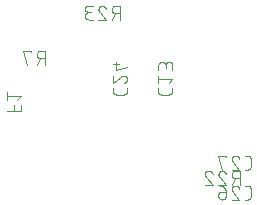
<source format=gbr>
G04 EAGLE Gerber RS-274X export*
G75*
%MOMM*%
%FSLAX34Y34*%
%LPD*%
%INSilkscreen Bottom*%
%IPPOS*%
%AMOC8*
5,1,8,0,0,1.08239X$1,22.5*%
G01*
%ADD10C,0.101600*%


D10*
X521208Y145401D02*
X521208Y142804D01*
X521210Y142705D01*
X521216Y142605D01*
X521225Y142506D01*
X521238Y142408D01*
X521255Y142310D01*
X521276Y142212D01*
X521301Y142116D01*
X521329Y142021D01*
X521361Y141927D01*
X521396Y141834D01*
X521435Y141742D01*
X521478Y141652D01*
X521523Y141564D01*
X521573Y141477D01*
X521625Y141393D01*
X521681Y141310D01*
X521739Y141230D01*
X521801Y141152D01*
X521866Y141077D01*
X521934Y141004D01*
X522004Y140934D01*
X522077Y140866D01*
X522152Y140801D01*
X522230Y140739D01*
X522310Y140681D01*
X522393Y140625D01*
X522477Y140573D01*
X522564Y140523D01*
X522652Y140478D01*
X522742Y140435D01*
X522834Y140396D01*
X522927Y140361D01*
X523021Y140329D01*
X523116Y140301D01*
X523212Y140276D01*
X523310Y140255D01*
X523408Y140238D01*
X523506Y140225D01*
X523605Y140216D01*
X523705Y140210D01*
X523804Y140208D01*
X530296Y140208D01*
X530395Y140210D01*
X530495Y140216D01*
X530594Y140225D01*
X530692Y140238D01*
X530790Y140255D01*
X530888Y140276D01*
X530984Y140301D01*
X531079Y140329D01*
X531173Y140361D01*
X531266Y140396D01*
X531358Y140435D01*
X531448Y140478D01*
X531536Y140523D01*
X531623Y140573D01*
X531707Y140625D01*
X531790Y140681D01*
X531870Y140739D01*
X531948Y140801D01*
X532023Y140866D01*
X532096Y140934D01*
X532166Y141004D01*
X532234Y141077D01*
X532299Y141152D01*
X532361Y141230D01*
X532419Y141310D01*
X532475Y141393D01*
X532527Y141477D01*
X532577Y141564D01*
X532622Y141652D01*
X532665Y141742D01*
X532704Y141834D01*
X532739Y141926D01*
X532771Y142021D01*
X532799Y142116D01*
X532824Y142212D01*
X532845Y142310D01*
X532862Y142408D01*
X532875Y142506D01*
X532884Y142605D01*
X532890Y142705D01*
X532892Y142804D01*
X532892Y145401D01*
X530296Y149766D02*
X532892Y153012D01*
X521208Y153012D01*
X521208Y156257D02*
X521208Y149766D01*
X521208Y161196D02*
X521208Y164442D01*
X521210Y164555D01*
X521216Y164668D01*
X521226Y164781D01*
X521240Y164894D01*
X521257Y165006D01*
X521279Y165117D01*
X521304Y165227D01*
X521334Y165337D01*
X521367Y165445D01*
X521404Y165552D01*
X521444Y165658D01*
X521489Y165762D01*
X521537Y165865D01*
X521588Y165966D01*
X521643Y166065D01*
X521701Y166162D01*
X521763Y166257D01*
X521828Y166350D01*
X521896Y166440D01*
X521967Y166528D01*
X522042Y166614D01*
X522119Y166697D01*
X522199Y166777D01*
X522282Y166854D01*
X522368Y166929D01*
X522456Y167000D01*
X522546Y167068D01*
X522639Y167133D01*
X522734Y167195D01*
X522831Y167253D01*
X522930Y167308D01*
X523031Y167359D01*
X523134Y167407D01*
X523238Y167452D01*
X523344Y167492D01*
X523451Y167529D01*
X523559Y167562D01*
X523669Y167592D01*
X523779Y167617D01*
X523890Y167639D01*
X524002Y167656D01*
X524115Y167670D01*
X524228Y167680D01*
X524341Y167686D01*
X524454Y167688D01*
X524567Y167686D01*
X524680Y167680D01*
X524793Y167670D01*
X524906Y167656D01*
X525018Y167639D01*
X525129Y167617D01*
X525239Y167592D01*
X525349Y167562D01*
X525457Y167529D01*
X525564Y167492D01*
X525670Y167452D01*
X525774Y167407D01*
X525877Y167359D01*
X525978Y167308D01*
X526077Y167253D01*
X526174Y167195D01*
X526269Y167133D01*
X526362Y167068D01*
X526452Y167000D01*
X526540Y166929D01*
X526626Y166854D01*
X526709Y166777D01*
X526789Y166697D01*
X526866Y166614D01*
X526941Y166528D01*
X527012Y166440D01*
X527080Y166350D01*
X527145Y166257D01*
X527207Y166162D01*
X527265Y166065D01*
X527320Y165966D01*
X527371Y165865D01*
X527419Y165762D01*
X527464Y165658D01*
X527504Y165552D01*
X527541Y165445D01*
X527574Y165337D01*
X527604Y165227D01*
X527629Y165117D01*
X527651Y165006D01*
X527668Y164894D01*
X527682Y164781D01*
X527692Y164668D01*
X527698Y164555D01*
X527700Y164442D01*
X532892Y165091D02*
X532892Y161196D01*
X532892Y165091D02*
X532890Y165192D01*
X532884Y165292D01*
X532874Y165392D01*
X532861Y165492D01*
X532843Y165591D01*
X532822Y165690D01*
X532797Y165787D01*
X532768Y165884D01*
X532735Y165979D01*
X532699Y166073D01*
X532659Y166165D01*
X532616Y166256D01*
X532569Y166345D01*
X532519Y166432D01*
X532465Y166518D01*
X532408Y166601D01*
X532348Y166681D01*
X532285Y166760D01*
X532218Y166836D01*
X532149Y166909D01*
X532077Y166979D01*
X532003Y167047D01*
X531926Y167112D01*
X531846Y167173D01*
X531764Y167232D01*
X531680Y167287D01*
X531594Y167339D01*
X531506Y167388D01*
X531416Y167433D01*
X531324Y167475D01*
X531231Y167513D01*
X531136Y167547D01*
X531041Y167578D01*
X530944Y167605D01*
X530846Y167628D01*
X530747Y167648D01*
X530647Y167663D01*
X530547Y167675D01*
X530447Y167683D01*
X530346Y167687D01*
X530246Y167687D01*
X530145Y167683D01*
X530045Y167675D01*
X529945Y167663D01*
X529845Y167648D01*
X529746Y167628D01*
X529648Y167605D01*
X529551Y167578D01*
X529456Y167547D01*
X529361Y167513D01*
X529268Y167475D01*
X529176Y167433D01*
X529086Y167388D01*
X528998Y167339D01*
X528912Y167287D01*
X528828Y167232D01*
X528746Y167173D01*
X528666Y167112D01*
X528589Y167047D01*
X528515Y166979D01*
X528443Y166909D01*
X528374Y166836D01*
X528307Y166760D01*
X528244Y166681D01*
X528184Y166601D01*
X528127Y166518D01*
X528073Y166432D01*
X528023Y166345D01*
X527976Y166256D01*
X527933Y166165D01*
X527893Y166073D01*
X527857Y165979D01*
X527824Y165884D01*
X527795Y165787D01*
X527770Y165690D01*
X527749Y165591D01*
X527731Y165492D01*
X527718Y165392D01*
X527708Y165292D01*
X527702Y165192D01*
X527700Y165091D01*
X527699Y165091D02*
X527699Y162494D01*
X483108Y145401D02*
X483108Y142804D01*
X483110Y142705D01*
X483116Y142605D01*
X483125Y142506D01*
X483138Y142408D01*
X483155Y142310D01*
X483176Y142212D01*
X483201Y142116D01*
X483229Y142021D01*
X483261Y141927D01*
X483296Y141834D01*
X483335Y141742D01*
X483378Y141652D01*
X483423Y141564D01*
X483473Y141477D01*
X483525Y141393D01*
X483581Y141310D01*
X483639Y141230D01*
X483701Y141152D01*
X483766Y141077D01*
X483834Y141004D01*
X483904Y140934D01*
X483977Y140866D01*
X484052Y140801D01*
X484130Y140739D01*
X484210Y140681D01*
X484293Y140625D01*
X484377Y140573D01*
X484464Y140523D01*
X484552Y140478D01*
X484642Y140435D01*
X484734Y140396D01*
X484827Y140361D01*
X484921Y140329D01*
X485016Y140301D01*
X485112Y140276D01*
X485210Y140255D01*
X485308Y140238D01*
X485406Y140225D01*
X485505Y140216D01*
X485605Y140210D01*
X485704Y140208D01*
X492196Y140208D01*
X492295Y140210D01*
X492395Y140216D01*
X492494Y140225D01*
X492592Y140238D01*
X492690Y140255D01*
X492788Y140276D01*
X492884Y140301D01*
X492979Y140329D01*
X493073Y140361D01*
X493166Y140396D01*
X493258Y140435D01*
X493348Y140478D01*
X493436Y140523D01*
X493523Y140573D01*
X493607Y140625D01*
X493690Y140681D01*
X493770Y140739D01*
X493848Y140801D01*
X493923Y140866D01*
X493996Y140934D01*
X494066Y141004D01*
X494134Y141077D01*
X494199Y141152D01*
X494261Y141230D01*
X494319Y141310D01*
X494375Y141393D01*
X494427Y141477D01*
X494477Y141564D01*
X494522Y141652D01*
X494565Y141742D01*
X494604Y141834D01*
X494639Y141926D01*
X494671Y142021D01*
X494699Y142116D01*
X494724Y142212D01*
X494745Y142310D01*
X494762Y142408D01*
X494775Y142506D01*
X494784Y142605D01*
X494790Y142705D01*
X494792Y142804D01*
X494792Y145401D01*
X494792Y153336D02*
X494790Y153443D01*
X494784Y153549D01*
X494774Y153655D01*
X494761Y153761D01*
X494743Y153867D01*
X494722Y153971D01*
X494697Y154075D01*
X494668Y154178D01*
X494636Y154279D01*
X494599Y154379D01*
X494559Y154478D01*
X494516Y154576D01*
X494469Y154672D01*
X494418Y154766D01*
X494364Y154858D01*
X494307Y154948D01*
X494247Y155036D01*
X494183Y155121D01*
X494116Y155204D01*
X494046Y155285D01*
X493974Y155363D01*
X493898Y155439D01*
X493820Y155511D01*
X493739Y155581D01*
X493656Y155648D01*
X493571Y155712D01*
X493483Y155772D01*
X493393Y155829D01*
X493301Y155883D01*
X493207Y155934D01*
X493111Y155981D01*
X493013Y156024D01*
X492914Y156064D01*
X492814Y156101D01*
X492713Y156133D01*
X492610Y156162D01*
X492506Y156187D01*
X492402Y156208D01*
X492296Y156226D01*
X492190Y156239D01*
X492084Y156249D01*
X491978Y156255D01*
X491871Y156257D01*
X494792Y153336D02*
X494790Y153215D01*
X494784Y153094D01*
X494774Y152974D01*
X494761Y152853D01*
X494743Y152734D01*
X494722Y152614D01*
X494697Y152496D01*
X494668Y152379D01*
X494635Y152262D01*
X494599Y152147D01*
X494558Y152033D01*
X494515Y151920D01*
X494467Y151808D01*
X494416Y151699D01*
X494361Y151591D01*
X494303Y151484D01*
X494242Y151380D01*
X494177Y151278D01*
X494109Y151178D01*
X494038Y151080D01*
X493964Y150984D01*
X493887Y150891D01*
X493806Y150801D01*
X493723Y150713D01*
X493637Y150628D01*
X493548Y150545D01*
X493457Y150466D01*
X493363Y150389D01*
X493267Y150316D01*
X493169Y150246D01*
X493068Y150179D01*
X492965Y150115D01*
X492860Y150055D01*
X492753Y149998D01*
X492645Y149944D01*
X492535Y149894D01*
X492423Y149848D01*
X492310Y149805D01*
X492195Y149766D01*
X489599Y155284D02*
X489676Y155363D01*
X489757Y155439D01*
X489840Y155512D01*
X489925Y155582D01*
X490013Y155649D01*
X490103Y155713D01*
X490195Y155773D01*
X490290Y155830D01*
X490386Y155884D01*
X490484Y155935D01*
X490584Y155982D01*
X490686Y156026D01*
X490789Y156066D01*
X490893Y156102D01*
X490999Y156134D01*
X491105Y156163D01*
X491213Y156188D01*
X491321Y156210D01*
X491431Y156227D01*
X491540Y156241D01*
X491650Y156250D01*
X491761Y156256D01*
X491871Y156258D01*
X489599Y155284D02*
X483108Y149766D01*
X483108Y156257D01*
X485704Y161196D02*
X494792Y163793D01*
X485704Y161196D02*
X485704Y167687D01*
X488301Y165740D02*
X483108Y165740D01*
X594294Y51308D02*
X596891Y51308D01*
X596990Y51310D01*
X597090Y51316D01*
X597189Y51325D01*
X597287Y51338D01*
X597385Y51355D01*
X597483Y51376D01*
X597579Y51401D01*
X597674Y51429D01*
X597768Y51461D01*
X597861Y51496D01*
X597953Y51535D01*
X598043Y51578D01*
X598131Y51623D01*
X598218Y51673D01*
X598302Y51725D01*
X598385Y51781D01*
X598465Y51839D01*
X598543Y51901D01*
X598618Y51966D01*
X598691Y52034D01*
X598761Y52104D01*
X598829Y52177D01*
X598894Y52252D01*
X598956Y52330D01*
X599014Y52410D01*
X599070Y52493D01*
X599122Y52577D01*
X599172Y52664D01*
X599217Y52752D01*
X599260Y52842D01*
X599299Y52934D01*
X599334Y53027D01*
X599366Y53121D01*
X599394Y53216D01*
X599419Y53312D01*
X599440Y53410D01*
X599457Y53508D01*
X599470Y53606D01*
X599479Y53705D01*
X599485Y53805D01*
X599487Y53904D01*
X599487Y60396D01*
X599485Y60495D01*
X599479Y60595D01*
X599470Y60694D01*
X599457Y60792D01*
X599440Y60890D01*
X599419Y60988D01*
X599394Y61084D01*
X599366Y61179D01*
X599334Y61273D01*
X599299Y61366D01*
X599260Y61458D01*
X599217Y61548D01*
X599172Y61636D01*
X599122Y61723D01*
X599070Y61807D01*
X599014Y61890D01*
X598956Y61970D01*
X598894Y62048D01*
X598829Y62123D01*
X598761Y62196D01*
X598691Y62266D01*
X598618Y62334D01*
X598543Y62399D01*
X598465Y62461D01*
X598385Y62519D01*
X598302Y62575D01*
X598218Y62627D01*
X598131Y62677D01*
X598043Y62722D01*
X597953Y62765D01*
X597861Y62804D01*
X597768Y62839D01*
X597674Y62871D01*
X597579Y62899D01*
X597483Y62924D01*
X597385Y62945D01*
X597287Y62962D01*
X597189Y62975D01*
X597090Y62984D01*
X596990Y62990D01*
X596891Y62992D01*
X594294Y62992D01*
X586359Y62992D02*
X586252Y62990D01*
X586146Y62984D01*
X586040Y62974D01*
X585934Y62961D01*
X585828Y62943D01*
X585724Y62922D01*
X585620Y62897D01*
X585517Y62868D01*
X585416Y62836D01*
X585316Y62799D01*
X585217Y62759D01*
X585119Y62716D01*
X585023Y62669D01*
X584929Y62618D01*
X584837Y62564D01*
X584747Y62507D01*
X584659Y62447D01*
X584574Y62383D01*
X584491Y62316D01*
X584410Y62246D01*
X584332Y62174D01*
X584256Y62098D01*
X584184Y62020D01*
X584114Y61939D01*
X584047Y61856D01*
X583983Y61771D01*
X583923Y61683D01*
X583866Y61593D01*
X583812Y61501D01*
X583761Y61407D01*
X583714Y61311D01*
X583671Y61213D01*
X583631Y61114D01*
X583594Y61014D01*
X583562Y60913D01*
X583533Y60810D01*
X583508Y60706D01*
X583487Y60602D01*
X583469Y60496D01*
X583456Y60390D01*
X583446Y60284D01*
X583440Y60178D01*
X583438Y60071D01*
X586359Y62992D02*
X586480Y62990D01*
X586601Y62984D01*
X586721Y62974D01*
X586842Y62961D01*
X586961Y62943D01*
X587081Y62922D01*
X587199Y62897D01*
X587316Y62868D01*
X587433Y62835D01*
X587548Y62799D01*
X587662Y62758D01*
X587775Y62715D01*
X587887Y62667D01*
X587996Y62616D01*
X588104Y62561D01*
X588211Y62503D01*
X588315Y62442D01*
X588417Y62377D01*
X588517Y62309D01*
X588615Y62238D01*
X588711Y62164D01*
X588804Y62087D01*
X588894Y62006D01*
X588982Y61923D01*
X589067Y61837D01*
X589150Y61748D01*
X589229Y61657D01*
X589306Y61563D01*
X589379Y61467D01*
X589449Y61369D01*
X589516Y61268D01*
X589580Y61165D01*
X589641Y61060D01*
X589698Y60953D01*
X589751Y60845D01*
X589801Y60735D01*
X589847Y60623D01*
X589890Y60510D01*
X589929Y60395D01*
X584412Y57799D02*
X584333Y57877D01*
X584257Y57957D01*
X584184Y58040D01*
X584114Y58126D01*
X584047Y58213D01*
X583983Y58304D01*
X583923Y58396D01*
X583865Y58490D01*
X583811Y58587D01*
X583761Y58685D01*
X583714Y58785D01*
X583670Y58886D01*
X583630Y58989D01*
X583594Y59094D01*
X583562Y59199D01*
X583533Y59306D01*
X583508Y59413D01*
X583486Y59522D01*
X583469Y59631D01*
X583455Y59740D01*
X583446Y59850D01*
X583440Y59961D01*
X583438Y60071D01*
X584412Y57799D02*
X589929Y51308D01*
X583438Y51308D01*
X578499Y57799D02*
X574604Y57799D01*
X574505Y57797D01*
X574405Y57791D01*
X574306Y57782D01*
X574208Y57769D01*
X574110Y57752D01*
X574012Y57731D01*
X573916Y57706D01*
X573821Y57678D01*
X573727Y57646D01*
X573634Y57611D01*
X573542Y57572D01*
X573452Y57529D01*
X573364Y57484D01*
X573277Y57434D01*
X573193Y57382D01*
X573110Y57326D01*
X573030Y57268D01*
X572952Y57206D01*
X572877Y57141D01*
X572804Y57073D01*
X572734Y57003D01*
X572666Y56930D01*
X572601Y56855D01*
X572539Y56777D01*
X572481Y56697D01*
X572425Y56614D01*
X572373Y56530D01*
X572323Y56443D01*
X572278Y56355D01*
X572235Y56265D01*
X572196Y56173D01*
X572161Y56080D01*
X572129Y55986D01*
X572101Y55891D01*
X572076Y55795D01*
X572055Y55697D01*
X572038Y55599D01*
X572025Y55501D01*
X572016Y55402D01*
X572010Y55302D01*
X572008Y55203D01*
X572008Y54554D01*
X572010Y54441D01*
X572016Y54328D01*
X572026Y54215D01*
X572040Y54102D01*
X572057Y53990D01*
X572079Y53879D01*
X572104Y53769D01*
X572134Y53659D01*
X572167Y53551D01*
X572204Y53444D01*
X572244Y53338D01*
X572289Y53234D01*
X572337Y53131D01*
X572388Y53030D01*
X572443Y52931D01*
X572501Y52834D01*
X572563Y52739D01*
X572628Y52646D01*
X572696Y52556D01*
X572767Y52468D01*
X572842Y52382D01*
X572919Y52299D01*
X572999Y52219D01*
X573082Y52142D01*
X573168Y52067D01*
X573256Y51996D01*
X573346Y51928D01*
X573439Y51863D01*
X573534Y51801D01*
X573631Y51743D01*
X573730Y51688D01*
X573831Y51637D01*
X573934Y51589D01*
X574038Y51544D01*
X574144Y51504D01*
X574251Y51467D01*
X574359Y51434D01*
X574469Y51404D01*
X574579Y51379D01*
X574690Y51357D01*
X574802Y51340D01*
X574915Y51326D01*
X575028Y51316D01*
X575141Y51310D01*
X575254Y51308D01*
X575367Y51310D01*
X575480Y51316D01*
X575593Y51326D01*
X575706Y51340D01*
X575818Y51357D01*
X575929Y51379D01*
X576039Y51404D01*
X576149Y51434D01*
X576257Y51467D01*
X576364Y51504D01*
X576470Y51544D01*
X576574Y51589D01*
X576677Y51637D01*
X576778Y51688D01*
X576877Y51743D01*
X576974Y51801D01*
X577069Y51863D01*
X577162Y51928D01*
X577252Y51996D01*
X577340Y52067D01*
X577426Y52142D01*
X577509Y52219D01*
X577589Y52299D01*
X577666Y52382D01*
X577741Y52468D01*
X577812Y52556D01*
X577880Y52646D01*
X577945Y52739D01*
X578007Y52834D01*
X578065Y52931D01*
X578120Y53030D01*
X578171Y53131D01*
X578219Y53234D01*
X578264Y53338D01*
X578304Y53444D01*
X578341Y53551D01*
X578374Y53659D01*
X578404Y53769D01*
X578429Y53879D01*
X578451Y53990D01*
X578468Y54102D01*
X578482Y54215D01*
X578492Y54328D01*
X578498Y54441D01*
X578500Y54554D01*
X578499Y54554D02*
X578499Y57799D01*
X578497Y57942D01*
X578491Y58085D01*
X578481Y58228D01*
X578467Y58370D01*
X578450Y58512D01*
X578428Y58654D01*
X578403Y58795D01*
X578373Y58935D01*
X578340Y59074D01*
X578303Y59212D01*
X578262Y59349D01*
X578218Y59485D01*
X578169Y59620D01*
X578117Y59753D01*
X578062Y59885D01*
X578002Y60015D01*
X577939Y60144D01*
X577873Y60271D01*
X577803Y60396D01*
X577730Y60518D01*
X577653Y60639D01*
X577573Y60758D01*
X577490Y60874D01*
X577404Y60989D01*
X577315Y61100D01*
X577222Y61210D01*
X577127Y61316D01*
X577028Y61420D01*
X576927Y61521D01*
X576823Y61620D01*
X576717Y61715D01*
X576607Y61808D01*
X576496Y61897D01*
X576381Y61983D01*
X576265Y62066D01*
X576146Y62146D01*
X576025Y62223D01*
X575903Y62296D01*
X575778Y62366D01*
X575651Y62432D01*
X575522Y62495D01*
X575392Y62555D01*
X575260Y62610D01*
X575127Y62662D01*
X574992Y62711D01*
X574856Y62755D01*
X574719Y62796D01*
X574581Y62833D01*
X574442Y62866D01*
X574302Y62896D01*
X574161Y62921D01*
X574019Y62943D01*
X573877Y62960D01*
X573735Y62974D01*
X573592Y62984D01*
X573449Y62990D01*
X573306Y62992D01*
X594294Y76708D02*
X596891Y76708D01*
X596990Y76710D01*
X597090Y76716D01*
X597189Y76725D01*
X597287Y76738D01*
X597385Y76755D01*
X597483Y76776D01*
X597579Y76801D01*
X597674Y76829D01*
X597768Y76861D01*
X597861Y76896D01*
X597953Y76935D01*
X598043Y76978D01*
X598131Y77023D01*
X598218Y77073D01*
X598302Y77125D01*
X598385Y77181D01*
X598465Y77239D01*
X598543Y77301D01*
X598618Y77366D01*
X598691Y77434D01*
X598761Y77504D01*
X598829Y77577D01*
X598894Y77652D01*
X598956Y77730D01*
X599014Y77810D01*
X599070Y77893D01*
X599122Y77977D01*
X599172Y78064D01*
X599217Y78152D01*
X599260Y78242D01*
X599299Y78334D01*
X599334Y78427D01*
X599366Y78521D01*
X599394Y78616D01*
X599419Y78712D01*
X599440Y78810D01*
X599457Y78908D01*
X599470Y79006D01*
X599479Y79105D01*
X599485Y79205D01*
X599487Y79304D01*
X599487Y85796D01*
X599485Y85895D01*
X599479Y85995D01*
X599470Y86094D01*
X599457Y86192D01*
X599440Y86290D01*
X599419Y86388D01*
X599394Y86484D01*
X599366Y86579D01*
X599334Y86673D01*
X599299Y86766D01*
X599260Y86858D01*
X599217Y86948D01*
X599172Y87036D01*
X599122Y87123D01*
X599070Y87207D01*
X599014Y87290D01*
X598956Y87370D01*
X598894Y87448D01*
X598829Y87523D01*
X598761Y87596D01*
X598691Y87666D01*
X598618Y87734D01*
X598543Y87799D01*
X598465Y87861D01*
X598385Y87919D01*
X598302Y87975D01*
X598218Y88027D01*
X598131Y88077D01*
X598043Y88122D01*
X597953Y88165D01*
X597861Y88204D01*
X597768Y88239D01*
X597674Y88271D01*
X597579Y88299D01*
X597483Y88324D01*
X597385Y88345D01*
X597287Y88362D01*
X597189Y88375D01*
X597090Y88384D01*
X596990Y88390D01*
X596891Y88392D01*
X594294Y88392D01*
X586359Y88392D02*
X586252Y88390D01*
X586146Y88384D01*
X586040Y88374D01*
X585934Y88361D01*
X585828Y88343D01*
X585724Y88322D01*
X585620Y88297D01*
X585517Y88268D01*
X585416Y88236D01*
X585316Y88199D01*
X585217Y88159D01*
X585119Y88116D01*
X585023Y88069D01*
X584929Y88018D01*
X584837Y87964D01*
X584747Y87907D01*
X584659Y87847D01*
X584574Y87783D01*
X584491Y87716D01*
X584410Y87646D01*
X584332Y87574D01*
X584256Y87498D01*
X584184Y87420D01*
X584114Y87339D01*
X584047Y87256D01*
X583983Y87171D01*
X583923Y87083D01*
X583866Y86993D01*
X583812Y86901D01*
X583761Y86807D01*
X583714Y86711D01*
X583671Y86613D01*
X583631Y86514D01*
X583594Y86414D01*
X583562Y86313D01*
X583533Y86210D01*
X583508Y86106D01*
X583487Y86002D01*
X583469Y85896D01*
X583456Y85790D01*
X583446Y85684D01*
X583440Y85578D01*
X583438Y85471D01*
X586359Y88392D02*
X586480Y88390D01*
X586601Y88384D01*
X586721Y88374D01*
X586842Y88361D01*
X586961Y88343D01*
X587081Y88322D01*
X587199Y88297D01*
X587316Y88268D01*
X587433Y88235D01*
X587548Y88199D01*
X587662Y88158D01*
X587775Y88115D01*
X587887Y88067D01*
X587996Y88016D01*
X588104Y87961D01*
X588211Y87903D01*
X588315Y87842D01*
X588417Y87777D01*
X588517Y87709D01*
X588615Y87638D01*
X588711Y87564D01*
X588804Y87487D01*
X588894Y87406D01*
X588982Y87323D01*
X589067Y87237D01*
X589150Y87148D01*
X589229Y87057D01*
X589306Y86963D01*
X589379Y86867D01*
X589449Y86769D01*
X589516Y86668D01*
X589580Y86565D01*
X589641Y86460D01*
X589698Y86353D01*
X589751Y86245D01*
X589801Y86135D01*
X589847Y86023D01*
X589890Y85910D01*
X589929Y85795D01*
X584412Y83199D02*
X584333Y83277D01*
X584257Y83357D01*
X584184Y83440D01*
X584114Y83526D01*
X584047Y83613D01*
X583983Y83704D01*
X583923Y83796D01*
X583865Y83890D01*
X583811Y83987D01*
X583761Y84085D01*
X583714Y84185D01*
X583670Y84286D01*
X583630Y84389D01*
X583594Y84494D01*
X583562Y84599D01*
X583533Y84706D01*
X583508Y84813D01*
X583486Y84922D01*
X583469Y85031D01*
X583455Y85140D01*
X583446Y85250D01*
X583440Y85361D01*
X583438Y85471D01*
X584412Y83199D02*
X589929Y76708D01*
X583438Y76708D01*
X578499Y87094D02*
X578499Y88392D01*
X572008Y88392D01*
X575254Y76708D01*
X404622Y126238D02*
X392938Y126238D01*
X404622Y126238D02*
X404622Y131431D01*
X399429Y131431D02*
X399429Y126238D01*
X402026Y135740D02*
X404622Y138986D01*
X392938Y138986D01*
X392938Y135740D02*
X392938Y142232D01*
X590042Y75692D02*
X590042Y64008D01*
X590042Y75692D02*
X586796Y75692D01*
X586683Y75690D01*
X586570Y75684D01*
X586457Y75674D01*
X586344Y75660D01*
X586232Y75643D01*
X586121Y75621D01*
X586011Y75596D01*
X585901Y75566D01*
X585793Y75533D01*
X585686Y75496D01*
X585580Y75456D01*
X585476Y75411D01*
X585373Y75363D01*
X585272Y75312D01*
X585173Y75257D01*
X585076Y75199D01*
X584981Y75137D01*
X584888Y75072D01*
X584798Y75004D01*
X584710Y74933D01*
X584624Y74858D01*
X584541Y74781D01*
X584461Y74701D01*
X584384Y74618D01*
X584309Y74532D01*
X584238Y74444D01*
X584170Y74354D01*
X584105Y74261D01*
X584043Y74166D01*
X583985Y74069D01*
X583930Y73970D01*
X583879Y73869D01*
X583831Y73766D01*
X583786Y73662D01*
X583746Y73556D01*
X583709Y73449D01*
X583676Y73341D01*
X583646Y73231D01*
X583621Y73121D01*
X583599Y73010D01*
X583582Y72898D01*
X583568Y72785D01*
X583558Y72672D01*
X583552Y72559D01*
X583550Y72446D01*
X583552Y72333D01*
X583558Y72220D01*
X583568Y72107D01*
X583582Y71994D01*
X583599Y71882D01*
X583621Y71771D01*
X583646Y71661D01*
X583676Y71551D01*
X583709Y71443D01*
X583746Y71336D01*
X583786Y71230D01*
X583831Y71126D01*
X583879Y71023D01*
X583930Y70922D01*
X583985Y70823D01*
X584043Y70726D01*
X584105Y70631D01*
X584170Y70538D01*
X584238Y70448D01*
X584309Y70360D01*
X584384Y70274D01*
X584461Y70191D01*
X584541Y70111D01*
X584624Y70034D01*
X584710Y69959D01*
X584798Y69888D01*
X584888Y69820D01*
X584981Y69755D01*
X585076Y69693D01*
X585173Y69635D01*
X585272Y69580D01*
X585373Y69529D01*
X585476Y69481D01*
X585580Y69436D01*
X585686Y69396D01*
X585793Y69359D01*
X585901Y69326D01*
X586011Y69296D01*
X586121Y69271D01*
X586232Y69249D01*
X586344Y69232D01*
X586457Y69218D01*
X586570Y69208D01*
X586683Y69202D01*
X586796Y69200D01*
X586796Y69201D02*
X590042Y69201D01*
X586147Y69201D02*
X583551Y64008D01*
X572195Y72771D02*
X572197Y72878D01*
X572203Y72984D01*
X572213Y73090D01*
X572226Y73196D01*
X572244Y73302D01*
X572265Y73406D01*
X572290Y73510D01*
X572319Y73613D01*
X572351Y73714D01*
X572388Y73814D01*
X572428Y73913D01*
X572471Y74011D01*
X572518Y74107D01*
X572569Y74201D01*
X572623Y74293D01*
X572680Y74383D01*
X572740Y74471D01*
X572804Y74556D01*
X572871Y74639D01*
X572941Y74720D01*
X573013Y74798D01*
X573089Y74874D01*
X573167Y74946D01*
X573248Y75016D01*
X573331Y75083D01*
X573416Y75147D01*
X573504Y75207D01*
X573594Y75264D01*
X573686Y75318D01*
X573780Y75369D01*
X573876Y75416D01*
X573974Y75459D01*
X574073Y75499D01*
X574173Y75536D01*
X574274Y75568D01*
X574377Y75597D01*
X574481Y75622D01*
X574585Y75643D01*
X574691Y75661D01*
X574797Y75674D01*
X574903Y75684D01*
X575009Y75690D01*
X575116Y75692D01*
X575237Y75690D01*
X575358Y75684D01*
X575478Y75674D01*
X575599Y75661D01*
X575718Y75643D01*
X575838Y75622D01*
X575956Y75597D01*
X576073Y75568D01*
X576190Y75535D01*
X576305Y75499D01*
X576419Y75458D01*
X576532Y75415D01*
X576644Y75367D01*
X576753Y75316D01*
X576861Y75261D01*
X576968Y75203D01*
X577072Y75142D01*
X577174Y75077D01*
X577274Y75009D01*
X577372Y74938D01*
X577468Y74864D01*
X577561Y74787D01*
X577651Y74706D01*
X577739Y74623D01*
X577824Y74537D01*
X577907Y74448D01*
X577986Y74357D01*
X578063Y74263D01*
X578136Y74167D01*
X578206Y74069D01*
X578273Y73968D01*
X578337Y73865D01*
X578398Y73760D01*
X578455Y73653D01*
X578508Y73545D01*
X578558Y73435D01*
X578604Y73323D01*
X578647Y73210D01*
X578686Y73095D01*
X573169Y70499D02*
X573090Y70577D01*
X573014Y70657D01*
X572941Y70740D01*
X572871Y70826D01*
X572804Y70913D01*
X572740Y71004D01*
X572680Y71096D01*
X572622Y71190D01*
X572568Y71287D01*
X572518Y71385D01*
X572471Y71485D01*
X572427Y71586D01*
X572387Y71689D01*
X572351Y71794D01*
X572319Y71899D01*
X572290Y72006D01*
X572265Y72113D01*
X572243Y72222D01*
X572226Y72331D01*
X572212Y72440D01*
X572203Y72550D01*
X572197Y72661D01*
X572195Y72771D01*
X573168Y70499D02*
X578686Y64008D01*
X572195Y64008D01*
X560765Y72771D02*
X560767Y72878D01*
X560773Y72984D01*
X560783Y73090D01*
X560796Y73196D01*
X560814Y73302D01*
X560835Y73406D01*
X560860Y73510D01*
X560889Y73613D01*
X560921Y73714D01*
X560958Y73814D01*
X560998Y73913D01*
X561041Y74011D01*
X561088Y74107D01*
X561139Y74201D01*
X561193Y74293D01*
X561250Y74383D01*
X561310Y74471D01*
X561374Y74556D01*
X561441Y74639D01*
X561511Y74720D01*
X561583Y74798D01*
X561659Y74874D01*
X561737Y74946D01*
X561818Y75016D01*
X561901Y75083D01*
X561986Y75147D01*
X562074Y75207D01*
X562164Y75264D01*
X562256Y75318D01*
X562350Y75369D01*
X562446Y75416D01*
X562544Y75459D01*
X562643Y75499D01*
X562743Y75536D01*
X562844Y75568D01*
X562947Y75597D01*
X563051Y75622D01*
X563155Y75643D01*
X563261Y75661D01*
X563367Y75674D01*
X563473Y75684D01*
X563579Y75690D01*
X563686Y75692D01*
X563807Y75690D01*
X563928Y75684D01*
X564048Y75674D01*
X564169Y75661D01*
X564288Y75643D01*
X564408Y75622D01*
X564526Y75597D01*
X564643Y75568D01*
X564760Y75535D01*
X564875Y75499D01*
X564989Y75458D01*
X565102Y75415D01*
X565214Y75367D01*
X565323Y75316D01*
X565431Y75261D01*
X565538Y75203D01*
X565642Y75142D01*
X565744Y75077D01*
X565844Y75009D01*
X565942Y74938D01*
X566038Y74864D01*
X566131Y74787D01*
X566221Y74706D01*
X566309Y74623D01*
X566394Y74537D01*
X566477Y74448D01*
X566556Y74357D01*
X566633Y74263D01*
X566706Y74167D01*
X566776Y74069D01*
X566843Y73968D01*
X566907Y73865D01*
X566968Y73760D01*
X567025Y73653D01*
X567078Y73545D01*
X567128Y73435D01*
X567174Y73323D01*
X567217Y73210D01*
X567256Y73095D01*
X561739Y70499D02*
X561660Y70577D01*
X561584Y70657D01*
X561511Y70740D01*
X561441Y70826D01*
X561374Y70913D01*
X561310Y71004D01*
X561250Y71096D01*
X561192Y71190D01*
X561138Y71287D01*
X561088Y71385D01*
X561041Y71485D01*
X560997Y71586D01*
X560957Y71689D01*
X560921Y71794D01*
X560889Y71899D01*
X560860Y72006D01*
X560835Y72113D01*
X560813Y72222D01*
X560796Y72331D01*
X560782Y72440D01*
X560773Y72550D01*
X560767Y72661D01*
X560765Y72771D01*
X561738Y70499D02*
X567256Y64008D01*
X560765Y64008D01*
X488442Y203708D02*
X488442Y215392D01*
X485196Y215392D01*
X485083Y215390D01*
X484970Y215384D01*
X484857Y215374D01*
X484744Y215360D01*
X484632Y215343D01*
X484521Y215321D01*
X484411Y215296D01*
X484301Y215266D01*
X484193Y215233D01*
X484086Y215196D01*
X483980Y215156D01*
X483876Y215111D01*
X483773Y215063D01*
X483672Y215012D01*
X483573Y214957D01*
X483476Y214899D01*
X483381Y214837D01*
X483288Y214772D01*
X483198Y214704D01*
X483110Y214633D01*
X483024Y214558D01*
X482941Y214481D01*
X482861Y214401D01*
X482784Y214318D01*
X482709Y214232D01*
X482638Y214144D01*
X482570Y214054D01*
X482505Y213961D01*
X482443Y213866D01*
X482385Y213769D01*
X482330Y213670D01*
X482279Y213569D01*
X482231Y213466D01*
X482186Y213362D01*
X482146Y213256D01*
X482109Y213149D01*
X482076Y213041D01*
X482046Y212931D01*
X482021Y212821D01*
X481999Y212710D01*
X481982Y212598D01*
X481968Y212485D01*
X481958Y212372D01*
X481952Y212259D01*
X481950Y212146D01*
X481952Y212033D01*
X481958Y211920D01*
X481968Y211807D01*
X481982Y211694D01*
X481999Y211582D01*
X482021Y211471D01*
X482046Y211361D01*
X482076Y211251D01*
X482109Y211143D01*
X482146Y211036D01*
X482186Y210930D01*
X482231Y210826D01*
X482279Y210723D01*
X482330Y210622D01*
X482385Y210523D01*
X482443Y210426D01*
X482505Y210331D01*
X482570Y210238D01*
X482638Y210148D01*
X482709Y210060D01*
X482784Y209974D01*
X482861Y209891D01*
X482941Y209811D01*
X483024Y209734D01*
X483110Y209659D01*
X483198Y209588D01*
X483288Y209520D01*
X483381Y209455D01*
X483476Y209393D01*
X483573Y209335D01*
X483672Y209280D01*
X483773Y209229D01*
X483876Y209181D01*
X483980Y209136D01*
X484086Y209096D01*
X484193Y209059D01*
X484301Y209026D01*
X484411Y208996D01*
X484521Y208971D01*
X484632Y208949D01*
X484744Y208932D01*
X484857Y208918D01*
X484970Y208908D01*
X485083Y208902D01*
X485196Y208900D01*
X485196Y208901D02*
X488442Y208901D01*
X484547Y208901D02*
X481951Y203708D01*
X470595Y212471D02*
X470597Y212578D01*
X470603Y212684D01*
X470613Y212790D01*
X470626Y212896D01*
X470644Y213002D01*
X470665Y213106D01*
X470690Y213210D01*
X470719Y213313D01*
X470751Y213414D01*
X470788Y213514D01*
X470828Y213613D01*
X470871Y213711D01*
X470918Y213807D01*
X470969Y213901D01*
X471023Y213993D01*
X471080Y214083D01*
X471140Y214171D01*
X471204Y214256D01*
X471271Y214339D01*
X471341Y214420D01*
X471413Y214498D01*
X471489Y214574D01*
X471567Y214646D01*
X471648Y214716D01*
X471731Y214783D01*
X471816Y214847D01*
X471904Y214907D01*
X471994Y214964D01*
X472086Y215018D01*
X472180Y215069D01*
X472276Y215116D01*
X472374Y215159D01*
X472473Y215199D01*
X472573Y215236D01*
X472674Y215268D01*
X472777Y215297D01*
X472881Y215322D01*
X472985Y215343D01*
X473091Y215361D01*
X473197Y215374D01*
X473303Y215384D01*
X473409Y215390D01*
X473516Y215392D01*
X473637Y215390D01*
X473758Y215384D01*
X473878Y215374D01*
X473999Y215361D01*
X474118Y215343D01*
X474238Y215322D01*
X474356Y215297D01*
X474473Y215268D01*
X474590Y215235D01*
X474705Y215199D01*
X474819Y215158D01*
X474932Y215115D01*
X475044Y215067D01*
X475153Y215016D01*
X475261Y214961D01*
X475368Y214903D01*
X475472Y214842D01*
X475574Y214777D01*
X475674Y214709D01*
X475772Y214638D01*
X475868Y214564D01*
X475961Y214487D01*
X476051Y214406D01*
X476139Y214323D01*
X476224Y214237D01*
X476307Y214148D01*
X476386Y214057D01*
X476463Y213963D01*
X476536Y213867D01*
X476606Y213769D01*
X476673Y213668D01*
X476737Y213565D01*
X476798Y213460D01*
X476855Y213353D01*
X476908Y213245D01*
X476958Y213135D01*
X477004Y213023D01*
X477047Y212910D01*
X477086Y212795D01*
X471569Y210199D02*
X471490Y210277D01*
X471414Y210357D01*
X471341Y210440D01*
X471271Y210526D01*
X471204Y210613D01*
X471140Y210704D01*
X471080Y210796D01*
X471022Y210890D01*
X470968Y210987D01*
X470918Y211085D01*
X470871Y211185D01*
X470827Y211286D01*
X470787Y211389D01*
X470751Y211494D01*
X470719Y211599D01*
X470690Y211706D01*
X470665Y211813D01*
X470643Y211922D01*
X470626Y212031D01*
X470612Y212140D01*
X470603Y212250D01*
X470597Y212361D01*
X470595Y212471D01*
X471568Y210199D02*
X477086Y203708D01*
X470595Y203708D01*
X465656Y203708D02*
X462410Y203708D01*
X462297Y203710D01*
X462184Y203716D01*
X462071Y203726D01*
X461958Y203740D01*
X461846Y203757D01*
X461735Y203779D01*
X461625Y203804D01*
X461515Y203834D01*
X461407Y203867D01*
X461300Y203904D01*
X461194Y203944D01*
X461090Y203989D01*
X460987Y204037D01*
X460886Y204088D01*
X460787Y204143D01*
X460690Y204201D01*
X460595Y204263D01*
X460502Y204328D01*
X460412Y204396D01*
X460324Y204467D01*
X460238Y204542D01*
X460155Y204619D01*
X460075Y204699D01*
X459998Y204782D01*
X459923Y204868D01*
X459852Y204956D01*
X459784Y205046D01*
X459719Y205139D01*
X459657Y205234D01*
X459599Y205331D01*
X459544Y205430D01*
X459493Y205531D01*
X459445Y205634D01*
X459400Y205738D01*
X459360Y205844D01*
X459323Y205951D01*
X459290Y206059D01*
X459260Y206169D01*
X459235Y206279D01*
X459213Y206390D01*
X459196Y206502D01*
X459182Y206615D01*
X459172Y206728D01*
X459166Y206841D01*
X459164Y206954D01*
X459166Y207067D01*
X459172Y207180D01*
X459182Y207293D01*
X459196Y207406D01*
X459213Y207518D01*
X459235Y207629D01*
X459260Y207739D01*
X459290Y207849D01*
X459323Y207957D01*
X459360Y208064D01*
X459400Y208170D01*
X459445Y208274D01*
X459493Y208377D01*
X459544Y208478D01*
X459599Y208577D01*
X459657Y208674D01*
X459719Y208769D01*
X459784Y208862D01*
X459852Y208952D01*
X459923Y209040D01*
X459998Y209126D01*
X460075Y209209D01*
X460155Y209289D01*
X460238Y209366D01*
X460324Y209441D01*
X460412Y209512D01*
X460502Y209580D01*
X460595Y209645D01*
X460690Y209707D01*
X460787Y209765D01*
X460886Y209820D01*
X460987Y209871D01*
X461090Y209919D01*
X461194Y209964D01*
X461300Y210004D01*
X461407Y210041D01*
X461515Y210074D01*
X461625Y210104D01*
X461735Y210129D01*
X461846Y210151D01*
X461958Y210168D01*
X462071Y210182D01*
X462184Y210192D01*
X462297Y210198D01*
X462410Y210200D01*
X461761Y215392D02*
X465656Y215392D01*
X461761Y215392D02*
X461660Y215390D01*
X461560Y215384D01*
X461460Y215374D01*
X461360Y215361D01*
X461261Y215343D01*
X461162Y215322D01*
X461065Y215297D01*
X460968Y215268D01*
X460873Y215235D01*
X460779Y215199D01*
X460687Y215159D01*
X460596Y215116D01*
X460507Y215069D01*
X460420Y215019D01*
X460334Y214965D01*
X460251Y214908D01*
X460171Y214848D01*
X460092Y214785D01*
X460016Y214718D01*
X459943Y214649D01*
X459873Y214577D01*
X459805Y214503D01*
X459740Y214426D01*
X459679Y214346D01*
X459620Y214264D01*
X459565Y214180D01*
X459513Y214094D01*
X459464Y214006D01*
X459419Y213916D01*
X459377Y213824D01*
X459339Y213731D01*
X459305Y213636D01*
X459274Y213541D01*
X459247Y213444D01*
X459224Y213346D01*
X459204Y213247D01*
X459189Y213147D01*
X459177Y213047D01*
X459169Y212947D01*
X459165Y212846D01*
X459165Y212746D01*
X459169Y212645D01*
X459177Y212545D01*
X459189Y212445D01*
X459204Y212345D01*
X459224Y212246D01*
X459247Y212148D01*
X459274Y212051D01*
X459305Y211956D01*
X459339Y211861D01*
X459377Y211768D01*
X459419Y211676D01*
X459464Y211586D01*
X459513Y211498D01*
X459565Y211412D01*
X459620Y211328D01*
X459679Y211246D01*
X459740Y211166D01*
X459805Y211089D01*
X459873Y211015D01*
X459943Y210943D01*
X460016Y210874D01*
X460092Y210807D01*
X460171Y210744D01*
X460251Y210684D01*
X460334Y210627D01*
X460420Y210573D01*
X460507Y210523D01*
X460596Y210476D01*
X460687Y210433D01*
X460779Y210393D01*
X460873Y210357D01*
X460968Y210324D01*
X461065Y210295D01*
X461162Y210270D01*
X461261Y210249D01*
X461360Y210231D01*
X461460Y210218D01*
X461560Y210208D01*
X461660Y210202D01*
X461761Y210200D01*
X461761Y210199D02*
X464357Y210199D01*
X424942Y177292D02*
X424942Y165608D01*
X424942Y177292D02*
X421696Y177292D01*
X421583Y177290D01*
X421470Y177284D01*
X421357Y177274D01*
X421244Y177260D01*
X421132Y177243D01*
X421021Y177221D01*
X420911Y177196D01*
X420801Y177166D01*
X420693Y177133D01*
X420586Y177096D01*
X420480Y177056D01*
X420376Y177011D01*
X420273Y176963D01*
X420172Y176912D01*
X420073Y176857D01*
X419976Y176799D01*
X419881Y176737D01*
X419788Y176672D01*
X419698Y176604D01*
X419610Y176533D01*
X419524Y176458D01*
X419441Y176381D01*
X419361Y176301D01*
X419284Y176218D01*
X419209Y176132D01*
X419138Y176044D01*
X419070Y175954D01*
X419005Y175861D01*
X418943Y175766D01*
X418885Y175669D01*
X418830Y175570D01*
X418779Y175469D01*
X418731Y175366D01*
X418686Y175262D01*
X418646Y175156D01*
X418609Y175049D01*
X418576Y174941D01*
X418546Y174831D01*
X418521Y174721D01*
X418499Y174610D01*
X418482Y174498D01*
X418468Y174385D01*
X418458Y174272D01*
X418452Y174159D01*
X418450Y174046D01*
X418452Y173933D01*
X418458Y173820D01*
X418468Y173707D01*
X418482Y173594D01*
X418499Y173482D01*
X418521Y173371D01*
X418546Y173261D01*
X418576Y173151D01*
X418609Y173043D01*
X418646Y172936D01*
X418686Y172830D01*
X418731Y172726D01*
X418779Y172623D01*
X418830Y172522D01*
X418885Y172423D01*
X418943Y172326D01*
X419005Y172231D01*
X419070Y172138D01*
X419138Y172048D01*
X419209Y171960D01*
X419284Y171874D01*
X419361Y171791D01*
X419441Y171711D01*
X419524Y171634D01*
X419610Y171559D01*
X419698Y171488D01*
X419788Y171420D01*
X419881Y171355D01*
X419976Y171293D01*
X420073Y171235D01*
X420172Y171180D01*
X420273Y171129D01*
X420376Y171081D01*
X420480Y171036D01*
X420586Y170996D01*
X420693Y170959D01*
X420801Y170926D01*
X420911Y170896D01*
X421021Y170871D01*
X421132Y170849D01*
X421244Y170832D01*
X421357Y170818D01*
X421470Y170808D01*
X421583Y170802D01*
X421696Y170800D01*
X421696Y170801D02*
X424942Y170801D01*
X421047Y170801D02*
X418451Y165608D01*
X413586Y175994D02*
X413586Y177292D01*
X407095Y177292D01*
X410340Y165608D01*
M02*

</source>
